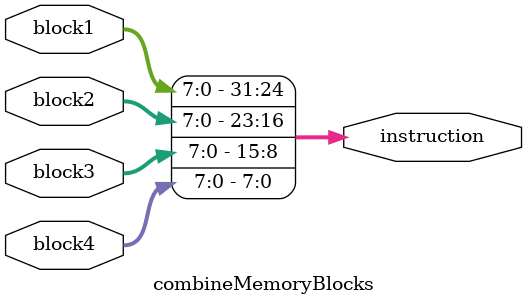
<source format=v>
module combineMemoryBlocks(instruction,block1,block2,block3,block4);


	input [7:0]block1;
	input [7:0]block2;
	input [7:0]block3;
	input [7:0]block4;
	output reg [31:0] instruction;
	always@(block1,block2,block3,block4)
	begin
	instruction[31:24]=block1;
	instruction[23:16]=block2;
	instruction[15:8]=block3;
	instruction[7:0]=block4;
	$display("%h",instruction);
	end






endmodule
</source>
